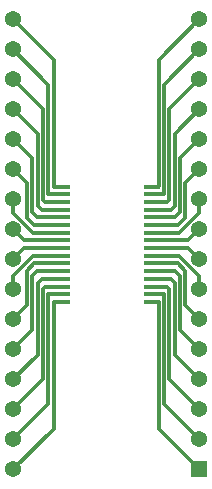
<source format=gtl>
G04*
G04 #@! TF.GenerationSoftware,Altium Limited,Altium Designer,24.9.1 (31)*
G04*
G04 Layer_Physical_Order=1*
G04 Layer_Color=255*
%FSLAX44Y44*%
%MOMM*%
G71*
G04*
G04 #@! TF.SameCoordinates,21AEE92C-E314-49C0-A966-B7B5AD7E222B*
G04*
G04*
G04 #@! TF.FilePolarity,Positive*
G04*
G01*
G75*
%ADD13C,0.3000*%
%ADD15R,1.4732X0.3556*%
%ADD19C,0.3500*%
%ADD20C,1.3700*%
%ADD21R,1.3700X1.3700*%
D13*
X1766570Y486410D02*
Y497840D01*
X1745749Y553219D02*
X1766570Y574040D01*
X1754797Y511467D02*
X1766570Y523240D01*
X1749552Y469392D02*
X1766570Y486410D01*
X1745749Y492259D02*
Y553219D01*
X1748536Y475996D02*
X1754797Y482257D01*
X1746250Y482600D02*
X1750273Y486623D01*
X1741225Y574095D02*
X1766570Y599440D01*
X1742440Y488950D02*
X1745749Y492259D01*
X1741225Y497311D02*
Y574095D01*
X1750273Y532343D02*
X1766570Y548640D01*
X1757172Y463042D02*
X1766570Y472440D01*
X1726311Y463042D02*
X1757172D01*
X1726311Y469392D02*
X1749552D01*
X1731881Y508508D02*
X1732159Y508786D01*
X1726311Y508508D02*
X1731881D01*
X1726311Y501904D02*
X1726589Y502182D01*
X1726311Y475996D02*
X1748536D01*
X1754797Y482257D02*
Y511467D01*
X1750273Y486623D02*
Y532343D01*
X1726311Y495554D02*
X1739468D01*
X1741225Y497311D01*
X1726311Y488950D02*
X1742440D01*
X1726311Y482600D02*
X1746250D01*
X1726311Y501904D02*
X1736447D01*
X1736701Y502158D01*
X1754797Y408013D02*
Y437223D01*
X1732159Y615829D02*
X1766570Y650240D01*
X1736701Y594971D02*
X1766570Y624840D01*
X1732159Y508786D02*
Y615829D01*
X1736701Y502158D02*
Y594971D01*
Y324509D02*
Y417322D01*
X1741225Y345385D02*
Y422169D01*
X1732159Y303651D02*
Y410694D01*
X1750273Y387137D02*
Y432857D01*
X1754797Y408013D02*
X1766570Y396240D01*
X1732159Y303651D02*
X1766570Y269240D01*
X1750273Y387137D02*
X1766570Y370840D01*
X1745749Y366261D02*
X1766570Y345440D01*
X1609090Y421640D02*
Y433070D01*
Y486410D02*
Y497840D01*
X1757172Y456438D02*
X1766570Y447040D01*
X1726311Y443484D02*
X1748536D01*
X1726311Y436880D02*
X1746250D01*
X1748536Y443484D02*
X1754797Y437223D01*
X1726311Y450088D02*
X1749552D01*
X1766570Y433070D01*
X1726311Y456438D02*
X1757172D01*
X1746250Y436880D02*
X1750273Y432857D01*
X1726311Y430530D02*
X1742440D01*
X1643501Y303651D02*
Y410694D01*
X1625387Y432857D02*
X1629410Y436880D01*
X1638959Y324509D02*
Y417322D01*
X1731881Y410972D02*
X1732159Y410694D01*
X1736447Y417576D02*
X1736701Y417322D01*
X1726311Y417576D02*
X1736447D01*
X1726311D02*
X1726589Y417298D01*
X1726311Y423926D02*
X1739468D01*
X1741225Y422169D01*
X1742440Y430530D02*
X1745749Y427221D01*
X1766570Y421640D02*
Y433070D01*
X1736701Y324509D02*
X1766570Y294640D01*
X1726311Y410972D02*
X1731881D01*
X1741225Y345385D02*
X1766570Y320040D01*
X1745749Y366261D02*
Y427221D01*
X1609090Y650240D02*
X1643501Y615829D01*
Y508786D02*
Y615829D01*
Y508786D02*
X1643779Y508508D01*
X1649349D01*
X1609090Y548640D02*
X1625387Y532343D01*
X1609090Y574040D02*
X1629911Y553219D01*
X1609090Y523240D02*
X1620863Y511467D01*
X1609090Y624840D02*
X1638959Y594971D01*
X1609090Y599440D02*
X1634435Y574095D01*
X1609090Y269240D02*
X1643501Y303651D01*
X1609090Y320040D02*
X1634435Y345385D01*
X1609090Y294640D02*
X1638959Y324509D01*
X1609090Y345440D02*
X1629911Y366261D01*
X1609090Y396240D02*
X1620863Y408013D01*
X1629911Y366261D02*
Y427221D01*
X1620863Y408013D02*
Y437223D01*
X1609090Y370840D02*
X1625387Y387137D01*
Y432857D01*
X1634435Y345385D02*
Y422169D01*
X1643779Y410972D02*
X1649349D01*
X1649071Y417298D02*
X1649349Y417576D01*
X1633220Y430530D02*
X1649349D01*
X1643501Y410694D02*
X1643779Y410972D01*
X1629911Y427221D02*
X1633220Y430530D01*
X1634435Y422169D02*
X1636192Y423926D01*
X1649349D01*
X1639213Y417576D02*
X1649349D01*
X1638959Y417322D02*
X1639213Y417576D01*
X1649071Y502182D02*
X1649349Y501904D01*
X1627124Y475996D02*
X1649349D01*
X1638959Y502158D02*
Y594971D01*
Y502158D02*
X1639213Y501904D01*
X1649349D01*
X1636192Y495554D02*
X1649349D01*
X1634435Y497311D02*
Y574095D01*
Y497311D02*
X1636192Y495554D01*
X1629911Y492259D02*
X1633220Y488950D01*
X1649349D01*
X1625387Y486623D02*
X1629410Y482600D01*
X1649349D01*
X1625387Y486623D02*
Y532343D01*
X1620863Y482257D02*
Y511467D01*
Y482257D02*
X1627124Y475996D01*
X1629911Y492259D02*
Y553219D01*
X1626108Y469392D02*
X1649349D01*
X1609090Y486410D02*
X1626108Y469392D01*
X1609090Y472440D02*
X1618488Y463042D01*
X1649349D01*
X1609090Y447040D02*
X1618488Y456438D01*
X1649349D01*
X1609090Y433070D02*
X1626108Y450088D01*
X1649349D01*
X1620863Y437223D02*
X1627124Y443484D01*
X1649349D01*
X1629410Y436880D02*
X1649349D01*
D15*
X1726311Y410972D02*
D03*
Y417576D02*
D03*
Y423926D02*
D03*
Y430530D02*
D03*
Y436880D02*
D03*
Y443484D02*
D03*
Y450088D02*
D03*
Y456438D02*
D03*
Y463042D02*
D03*
Y469392D02*
D03*
Y475996D02*
D03*
Y482600D02*
D03*
Y488950D02*
D03*
Y495554D02*
D03*
Y501904D02*
D03*
Y508508D02*
D03*
X1650619D02*
D03*
Y501904D02*
D03*
Y495554D02*
D03*
Y488950D02*
D03*
Y482600D02*
D03*
Y475996D02*
D03*
Y469392D02*
D03*
Y463042D02*
D03*
Y456438D02*
D03*
Y450088D02*
D03*
Y443484D02*
D03*
Y436880D02*
D03*
Y430530D02*
D03*
Y423926D02*
D03*
Y417576D02*
D03*
Y410972D02*
D03*
D19*
X1609090Y447040D02*
X1618488Y456438D01*
X1649349D01*
D20*
X1609090Y650240D02*
D03*
Y624840D02*
D03*
Y599440D02*
D03*
Y574040D02*
D03*
Y548640D02*
D03*
Y523240D02*
D03*
Y497840D02*
D03*
Y472440D02*
D03*
Y447040D02*
D03*
Y421640D02*
D03*
Y396240D02*
D03*
Y370840D02*
D03*
Y345440D02*
D03*
Y320040D02*
D03*
Y294640D02*
D03*
Y269240D02*
D03*
X1766570Y294640D02*
D03*
Y320040D02*
D03*
Y345440D02*
D03*
Y370840D02*
D03*
Y396240D02*
D03*
Y421640D02*
D03*
Y447040D02*
D03*
Y472440D02*
D03*
Y497840D02*
D03*
Y523240D02*
D03*
Y548640D02*
D03*
Y574040D02*
D03*
Y599440D02*
D03*
Y624840D02*
D03*
Y650240D02*
D03*
D21*
Y269240D02*
D03*
M02*

</source>
